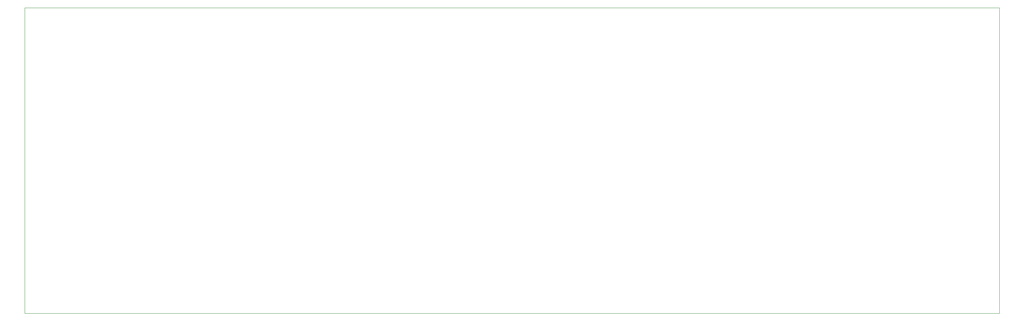
<source format=gm1>
%TF.GenerationSoftware,KiCad,Pcbnew,7.0.8*%
%TF.CreationDate,2023-11-11T14:32:38+05:30*%
%TF.ProjectId,DevBoard,44657642-6f61-4726-942e-6b696361645f,rev?*%
%TF.SameCoordinates,Original*%
%TF.FileFunction,Profile,NP*%
%FSLAX46Y46*%
G04 Gerber Fmt 4.6, Leading zero omitted, Abs format (unit mm)*
G04 Created by KiCad (PCBNEW 7.0.8) date 2023-11-11 14:32:38*
%MOMM*%
%LPD*%
G01*
G04 APERTURE LIST*
%TA.AperFunction,Profile*%
%ADD10C,0.100000*%
%TD*%
G04 APERTURE END LIST*
D10*
X91617800Y-108864400D02*
X325831200Y-108864400D01*
X325831200Y-182422800D01*
X91617800Y-182422800D01*
X91617800Y-108864400D01*
M02*

</source>
